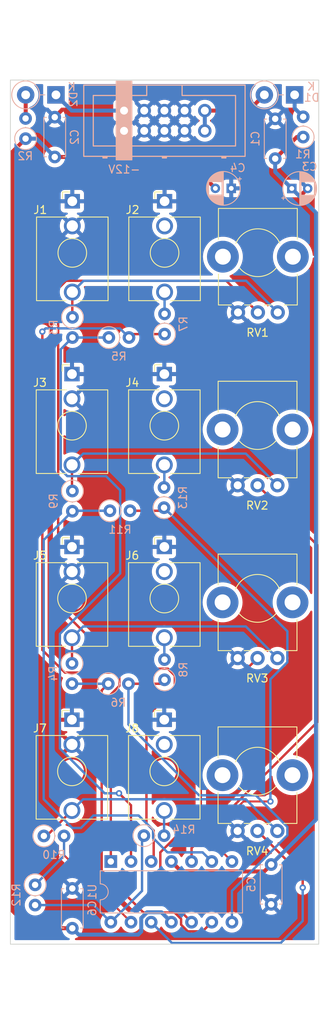
<source format=kicad_pcb>
(kicad_pcb (version 20211014) (generator pcbnew)
  (layers (0 "F.Cu" signal) (31 "B.Cu" signal) (34 "B.Paste" user) (35 "F.Paste" user) (36 "B.SilkS" user "B.Silkscreen") (37 "F.SilkS" user "F.Silkscreen") (38 "B.Mask" user) (39 "F.Mask" user) (44 "Edge.Cuts" user))
  (net 0 "")
  (net 1 "GND")
  (net 2 "+12V")
  (net 3 "-12V")
  (net 4 "/D+")
  (net 5 "/12+")
  (net 6 "/12-")
  (net 7 "/D-")
  (net 12 "/in1")
  (net 13 "/out1")
  (net 14 "/in2")
  (net 15 "/out2")
  (net 16 "/in3")
  (net 17 "/out3")
  (net 18 "/in4")
  (net 19 "/out4")
  (net 20 "/inv1")
  (net 21 "/inv3")
  (net 22 "/fb1")
  (net 23 "/fb3")
  (net 24 "/inv2")
  (net 25 "/inv4")
  (net 26 "/fb2")
  (net 27 "/fb4")
  (net 28 "/non_inv1")
  (net 29 "/non_inv2")
  (net 30 "/non_inv3")
  (net 31 "/non_inv4")
  (footprint "Custom_Footprints:Alpha_9mm_Potentiometer_Aligned" (layer "F.Cu") (at 165.5 60.33)
    (fp_text reference "RV1" (at -0.04 10.04) (layer "F.SilkS"))
    (fp_text value "10k")
    (pad "" np_thru_hole circle (at -4.4 0.5 90) (size 4 4) (drill 2) (layers *.Cu *.Mask))
    (pad "" np_thru_hole circle (at 4.4 0.5 90) (size 4 4) (drill 2) (layers *.Cu *.Mask))
    (pad "1" thru_hole circle (at -2.5 7.5 90) (size 1.8 1.8) (drill 1) (layers *.Cu *.Mask) (net 1 "GND"))
    (pad "2" thru_hole circle (at 0 7.5 90) (size 1.8 1.8) (drill 1) (layers *.Cu *.Mask) (net 28 "/non_inv1"))
    (pad "3" thru_hole circle (at 2.5 7.5 90) (size 1.8 1.8) (drill 1) (layers *.Cu *.Mask) (net 12 "/in1"))
  )
  (footprint "Connector_Audio:Jack_3.5mm_QingPu_WQP-PJ398SM_Vertical_CircularHoles" (layer "F.Cu") (at 153.73 75.57)
    (fp_text reference "J4" (at -4.03 1.08 180) (layer "F.SilkS"))
    (fp_text value "OUT2")
    (pad "S" thru_hole rect (at 0 0 180) (size 1.93 1.83) (drill 1.22) (layers *.Cu *.Mask) (net 1 "GND"))
    (pad "T" thru_hole circle (at 0 11.4 180) (size 2.13 2.13) (drill 1.43) (layers *.Cu *.Mask) (net 15 "/out2"))
    (pad "TN" thru_hole circle (at 0 3.1 180) (size 2.13 2.13) (drill 1.42) (layers *.Cu *.Mask))
    (zone (net 0) (net_name "") (layer "F.Cu") (connect_pads (clearance 0)) (min_thickness 0.254)
      (keepout (tracks not_allowed) (vias not_allowed) (pads not_allowed) (copperpour not_allowed) (footprints not_allowed))
      (fill (thermal_gap 0.508) (thermal_bridge_width 0.508))
      (polygon (pts (xy 155.235141 82.05) (xy 155.21493 81.804171) (xy 155.154841 81.564945) (xy 155.056486 81.338744) (xy 154.922508 81.131645) (xy 154.756504 80.94921) (xy 154.562932 80.796336) (xy 154.346992 80.677131) (xy 154.114482 80.594794) (xy 153.871646 80.551539) (xy 153.625007 80.548525) (xy 153.381187 80.585835) (xy 153.146734 80.662466) (xy 152.927946 80.77636) (xy 152.730697 80.924458) (xy 152.560286 81.102784) (xy 152.421288 81.306548) (xy 152.317436 81.530278) (xy 152.251519 81.767965) (xy 152.225308 82.013226) (xy 152.239507 82.259475) (xy 152.293734 82.500099) (xy 152.386532 82.728634) (xy 152.515411 82.938945) (xy 152.676908 83.125382) (xy 152.866687 83.282939) (xy 153.07965 83.407385) (xy 153.310079 83.495377) (xy 153.551785 83.544553) (xy 153.798278 83.553592) (xy 154.042936 83.52225) (xy 154.279191 83.45137) (xy 154.500697 83.342856) (xy 154.701505 83.199621) (xy 154.876223 83.025512) (xy 155.020158 82.825205) (xy 155.129445 82.604079) (xy 155.201149 82.368074) (xy 155.233344 82.123526)))
    )
  )
  (footprint "Custom_Footprints:Alpha_9mm_Potentiometer_Aligned" (layer "F.Cu") (at 165.46 82.03)
    (fp_text reference "RV2" (at -0.04 10.04) (layer "F.SilkS"))
    (fp_text value "10k")
    (pad "" np_thru_hole circle (at -4.4 0.5 90) (size 4 4) (drill 2) (layers *.Cu *.Mask))
    (pad "" np_thru_hole circle (at 4.4 0.5 90) (size 4 4) (drill 2) (layers *.Cu *.Mask))
    (pad "1" thru_hole circle (at -2.5 7.5 90) (size 1.8 1.8) (drill 1) (layers *.Cu *.Mask) (net 1 "GND"))
    (pad "2" thru_hole circle (at 0 7.5 90) (size 1.8 1.8) (drill 1) (layers *.Cu *.Mask) (net 29 "/non_inv2"))
    (pad "3" thru_hole circle (at 2.5 7.5 90) (size 1.8 1.8) (drill 1) (layers *.Cu *.Mask) (net 14 "/in2"))
  )
  (footprint "Custom_Footprints:Alpha_9mm_Potentiometer_Aligned" (layer "F.Cu") (at 165.46 103.73)
    (fp_text reference "RV3" (at -0.04 10.04) (layer "F.SilkS"))
    (fp_text value "10k")
    (pad "" np_thru_hole circle (at 4.4 0.5 90) (size 4 4) (drill 2) (layers *.Cu *.Mask))
    (pad "" np_thru_hole circle (at -4.4 0.5 90) (size 4 4) (drill 2) (layers *.Cu *.Mask))
    (pad "1" thru_hole circle (at -2.5 7.5 90) (size 1.8 1.8) (drill 1) (layers *.Cu *.Mask) (net 1 "GND"))
    (pad "2" thru_hole circle (at 0 7.5 90) (size 1.8 1.8) (drill 1) (layers *.Cu *.Mask) (net 30 "/non_inv3"))
    (pad "3" thru_hole circle (at 2.5 7.5 90) (size 1.8 1.8) (drill 1) (layers *.Cu *.Mask) (net 16 "/in3"))
  )
  (footprint "Connector_Audio:Jack_3.5mm_QingPu_WQP-PJ398SM_Vertical_CircularHoles" (layer "F.Cu") (at 153.76 53.87)
    (fp_text reference "J2" (at -4.03 1.08 180) (layer "F.SilkS"))
    (fp_text value "OUT1")
    (pad "S" thru_hole rect (at 0 0 180) (size 1.93 1.83) (drill 1.22) (layers *.Cu *.Mask) (net 1 "GND"))
    (pad "T" thru_hole circle (at 0 11.4 180) (size 2.13 2.13) (drill 1.43) (layers *.Cu *.Mask) (net 13 "/out1"))
    (pad "TN" thru_hole circle (at 0 3.1 180) (size 2.13 2.13) (drill 1.42) (layers *.Cu *.Mask))
    (zone (net 0) (net_name "") (layer "F.Cu") (connect_pads (clearance 0)) (min_thickness 0.254)
      (keepout (tracks not_allowed) (vias not_allowed) (pads not_allowed) (copperpour not_allowed) (footprints not_allowed))
      (fill (thermal_gap 0.508) (thermal_bridge_width 0.508))
      (polygon (pts (xy 155.265141 60.35) (xy 155.24493 60.104171) (xy 155.184841 59.864945) (xy 155.086486 59.638744) (xy 154.952508 59.431645) (xy 154.786504 59.24921) (xy 154.592932 59.096336) (xy 154.376992 58.977131) (xy 154.144482 58.894794) (xy 153.901646 58.851539) (xy 153.655007 58.848525) (xy 153.411187 58.885835) (xy 153.176734 58.962466) (xy 152.957946 59.07636) (xy 152.760697 59.224458) (xy 152.590286 59.402784) (xy 152.451288 59.606548) (xy 152.347436 59.830278) (xy 152.281519 60.067965) (xy 152.255308 60.313226) (xy 152.269507 60.559475) (xy 152.323734 60.800099) (xy 152.416532 61.028634) (xy 152.545411 61.238945) (xy 152.706908 61.425382) (xy 152.896687 61.582939) (xy 153.10965 61.707385) (xy 153.340079 61.795377) (xy 153.581785 61.844553) (xy 153.828278 61.853592) (xy 154.072936 61.82225) (xy 154.309191 61.75137) (xy 154.530697 61.642856) (xy 154.731505 61.499621) (xy 154.906223 61.325512) (xy 155.050158 61.125205) (xy 155.159445 60.904079) (xy 155.231149 60.668074) (xy 155.263344 60.423526)))
    )
  )
  (footprint "Custom_Footprints:Alpha_9mm_Potentiometer_Aligned" (layer "F.Cu") (at 165.45 125.43)
    (fp_text reference "RV4" (at -0.04 10.04) (layer "F.SilkS"))
    (fp_text value "10k")
    (pad "" np_thru_hole circle (at -4.4 0.5 90) (size 4 4) (drill 2) (layers *.Cu *.Mask))
    (pad "" np_thru_hole circle (at 4.4 0.5 90) (size 4 4) (drill 2) (layers *.Cu *.Mask))
    (pad "1" thru_hole circle (at -2.5 7.5 90) (size 1.8 1.8) (drill 1) (layers *.Cu *.Mask) (net 1 "GND"))
    (pad "2" thru_hole circle (at 0 7.5 90) (size 1.8 1.8) (drill 1) (layers *.Cu *.Mask) (net 31 "/non_inv4"))
    (pad "3" thru_hole circle (at 2.5 7.5 90) (size 1.8 1.8) (drill 1) (layers *.Cu *.Mask) (net 18 "/in4"))
  )
  (footprint "Connector_Audio:Jack_3.5mm_QingPu_WQP-PJ398SM_Vertical_CircularHoles" (layer "F.Cu") (at 153.73 97.27)
    (fp_text reference "J6" (at -4.03 1.08 180) (layer "F.SilkS"))
    (fp_text value "OUT3")
    (pad "S" thru_hole rect (at 0 0 180) (size 1.93 1.83) (drill 1.22) (layers *.Cu *.Mask) (net 1 "GND"))
    (pad "T" thru_hole circle (at 0 11.4 180) (size 2.13 2.13) (drill 1.43) (layers *.Cu *.Mask) (net 17 "/out3"))
    (pad "TN" thru_hole circle (at 0 3.1 180) (size 2.13 2.13) (drill 1.42) (layers *.Cu *.Mask))
    (zone (net 0) (net_name "") (layer "F.Cu") (connect_pads (clearance 0)) (min_thickness 0.254)
      (keepout (tracks not_allowed) (vias not_allowed) (pads not_allowed) (copperpour not_allowed) (footprints not_allowed))
      (fill (thermal_gap 0.508) (thermal_bridge_width 0.508))
      (polygon (pts (xy 155.235141 103.75) (xy 155.21493 103.504171) (xy 155.154841 103.264945) (xy 155.056486 103.038744) (xy 154.922508 102.831645) (xy 154.756504 102.64921) (xy 154.562932 102.496336) (xy 154.346992 102.377131) (xy 154.114482 102.294794) (xy 153.871646 102.251539) (xy 153.625007 102.248525) (xy 153.381187 102.285835) (xy 153.146734 102.362466) (xy 152.927946 102.47636) (xy 152.730697 102.624458) (xy 152.560286 102.802784) (xy 152.421288 103.006548) (xy 152.317436 103.230278) (xy 152.251519 103.467965) (xy 152.225308 103.713226) (xy 152.239507 103.959475) (xy 152.293734 104.200099) (xy 152.386532 104.428634) (xy 152.515411 104.638945) (xy 152.676908 104.825382) (xy 152.866687 104.982939) (xy 153.07965 105.107385) (xy 153.310079 105.195377) (xy 153.551785 105.244553) (xy 153.798278 105.253592) (xy 154.042936 105.22225) (xy 154.279191 105.15137) (xy 154.500697 105.042856) (xy 154.701505 104.899621) (xy 154.876223 104.725512) (xy 155.020158 104.525205) (xy 155.129445 104.304079) (xy 155.201149 104.068074) (xy 155.233344 103.823526)))
    )
  )
  (footprint "Connector_Audio:Jack_3.5mm_QingPu_WQP-PJ398SM_Vertical_CircularHoles" (layer "F.Cu") (at 142.11 97.27)
    (fp_text reference "J5" (at -4.03 1.08 180) (layer "F.SilkS"))
    (fp_text value "IN3")
    (pad "S" thru_hole rect (at 0 0 180) (size 1.93 1.83) (drill 1.22) (layers *.Cu *.Mask) (net 1 "GND"))
    (pad "T" thru_hole circle (at 0 11.4 180) (size 2.13 2.13) (drill 1.43) (layers *.Cu *.Mask) (net 16 "/in3"))
    (pad "TN" thru_hole circle (at 0 3.1 180) (size 2.13 2.13) (drill 1.42) (layers *.Cu *.Mask) (net 1 "GND"))
    (zone (net 0) (net_name "") (layer "F.Cu") (connect_pads (clearance 0)) (min_thickness 0.254)
      (keepout (tracks not_allowed) (vias not_allowed) (pads not_allowed) (copperpour not_allowed) (footprints not_allowed))
      (fill (thermal_gap 0.508) (thermal_bridge_width 0.508))
      (polygon (pts (xy 143.615141 103.75) (xy 143.59493 103.504171) (xy 143.534841 103.264945) (xy 143.436486 103.038744) (xy 143.302508 102.831645) (xy 143.136504 102.64921) (xy 142.942932 102.496336) (xy 142.726992 102.377131) (xy 142.494482 102.294794) (xy 142.251646 102.251539) (xy 142.005007 102.248525) (xy 141.761187 102.285835) (xy 141.526734 102.362466) (xy 141.307946 102.47636) (xy 141.110697 102.624458) (xy 140.940286 102.802784) (xy 140.801288 103.006548) (xy 140.697436 103.230278) (xy 140.631519 103.467965) (xy 140.605308 103.713226) (xy 140.619507 103.959475) (xy 140.673734 104.200099) (xy 140.766532 104.428634) (xy 140.895411 104.638945) (xy 141.056908 104.825382) (xy 141.246687 104.982939) (xy 141.45965 105.107385) (xy 141.690079 105.195377) (xy 141.931785 105.244553) (xy 142.178278 105.253592) (xy 142.422936 105.22225) (xy 142.659191 105.15137) (xy 142.880697 105.042856) (xy 143.081505 104.899621) (xy 143.256223 104.725512) (xy 143.400158 104.525205) (xy 143.509445 104.304079) (xy 143.581149 104.068074) (xy 143.613344 103.823526)))
    )
  )
  (footprint "Connector_Audio:Jack_3.5mm_QingPu_WQP-PJ398SM_Vertical_CircularHoles" (layer "F.Cu") (at 153.72 118.97)
    (fp_text reference "J8" (at -4.03 1.08 180) (layer "F.SilkS"))
    (fp_text value "OUT4")
    (pad "S" thru_hole rect (at 0 0 180) (size 1.93 1.83) (drill 1.22) (layers *.Cu *.Mask) (net 1 "GND"))
    (pad "T" thru_hole circle (at 0 11.4 180) (size 2.13 2.13) (drill 1.43) (layers *.Cu *.Mask) (net 19 "/out4"))
    (pad "TN" thru_hole circle (at 0 3.1 180) (size 2.13 2.13) (drill 1.42) (layers *.Cu *.Mask))
    (zone (net 0) (net_name "") (layer "F.Cu") (connect_pads (clearance 0)) (min_thickness 0.254)
      (keepout (tracks not_allowed) (vias not_allowed) (pads not_allowed) (copperpour not_allowed) (footprints not_allowed))
      (fill (thermal_gap 0.508) (thermal_bridge_width 0.508))
      (polygon (pts (xy 155.225141 125.45) (xy 155.20493 125.204171) (xy 155.144841 124.964945) (xy 155.046486 124.738744) (xy 154.912508 124.531645) (xy 154.746504 124.34921) (xy 154.552932 124.196336) (xy 154.336992 124.077131) (xy 154.104482 123.994794) (xy 153.861646 123.951539) (xy 153.615007 123.948525) (xy 153.371187 123.985835) (xy 153.136734 124.062466) (xy 152.917946 124.17636) (xy 152.720697 124.324458) (xy 152.550286 124.502784) (xy 152.411288 124.706548) (xy 152.307436 124.930278) (xy 152.241519 125.167965) (xy 152.215308 125.413226) (xy 152.229507 125.659475) (xy 152.283734 125.900099) (xy 152.376532 126.128634) (xy 152.505411 126.338945) (xy 152.666908 126.525382) (xy 152.856687 126.682939) (xy 153.06965 126.807385) (xy 153.300079 126.895377) (xy 153.541785 126.944553) (xy 153.788278 126.953592) (xy 154.032936 126.92225) (xy 154.269191 126.85137) (xy 154.490697 126.742856) (xy 154.691505 126.599621) (xy 154.866223 126.425512) (xy 155.010158 126.225205) (xy 155.119445 126.004079) (xy 155.191149 125.768074) (xy 155.223344 125.523526)))
    )
  )
  (footprint "Connector_Audio:Jack_3.5mm_QingPu_WQP-PJ398SM_Vertical_CircularHoles" (layer "F.Cu") (at 142.15 53.87)
    (fp_text reference "J1" (at -4.03 1.08) (layer "F.SilkS"))
    (fp_text value "IN1")
    (pad "S" thru_hole rect (at 0 0 180) (size 1.93 1.83) (drill 1.22) (layers *.Cu *.Mask) (net 1 "GND"))
    (pad "T" thru_hole circle (at 0 11.4 180) (size 2.13 2.13) (drill 1.43) (layers *.Cu *.Mask) (net 12 "/in1"))
    (pad "TN" thru_hole circle (at 0 3.1 180) (size 2.13 2.13) (drill 1.42) (layers *.Cu *.Mask) (net 1 "GND"))
    (zone (net 0) (net_name "") (layer "F.Cu") (connect_pads (clearance 0)) (min_thickness 0.254)
      (keepout (tracks not_allowed) (vias not_allowed) (pads not_allowed) (copperpour not_allowed) (footprints not_allowed))
      (fill (thermal_gap 0.508) (thermal_bridge_width 0.508))
      (polygon (pts (xy 143.655141 60.35) (xy 143.63493 60.104171) (xy 143.574841 59.864945) (xy 143.476486 59.638744) (xy 143.342508 59.431645) (xy 143.176504 59.24921) (xy 142.982932 59.096336) (xy 142.766992 58.977131) (xy 142.534482 58.894794) (xy 142.291646 58.851539) (xy 142.045007 58.848525) (xy 141.801187 58.885835) (xy 141.566734 58.962466) (xy 141.347946 59.07636) (xy 141.150697 59.224458) (xy 140.980286 59.402784) (xy 140.841288 59.606548) (xy 140.737436 59.830278) (xy 140.671519 60.067965) (xy 140.645308 60.313226) (xy 140.659507 60.559475) (xy 140.713734 60.800099) (xy 140.806532 61.028634) (xy 140.935411 61.238945) (xy 141.096908 61.425382) (xy 141.286687 61.582939) (xy 141.49965 61.707385) (xy 141.730079 61.795377) (xy 141.971785 61.844553) (xy 142.218278 61.853592) (xy 142.462936 61.82225) (xy 142.699191 61.75137) (xy 142.920697 61.642856) (xy 143.121505 61.499621) (xy 143.296223 61.325512) (xy 143.440158 61.125205) (xy 143.549445 60.904079) (xy 143.621149 60.668074) (xy 143.653344 60.423526)))
    )
  )
  (footprint "Connector_Audio:Jack_3.5mm_QingPu_WQP-PJ398SM_Vertical_CircularHoles" (layer "F.Cu") (at 142.11 75.57)
    (fp_text reference "J3" (at -4.03 1.08 180) (layer "F.SilkS"))
    (fp_text value "IN2")
    (pad "S" thru_hole rect (at 0 0 180) (size 1.93 1.83) (drill 1.22) (layers *.Cu *.Mask) (net 1 "GND"))
    (pad "T" thru_hole circle (at 0 11.4 180) (size 2.13 2.13) (drill 1.43) (layers *.Cu *.Mask) (net 14 "/in2"))
    (pad "TN" thru_hole circle (at 0 3.1 180) (size 2.13 2.13) (drill 1.42) (layers *.Cu *.Mask) (net 1 "GND"))
    (zone (net 0) (net_name "") (layer "F.Cu") (connect_pads (clearance 0)) (min_thickness 0.254)
      (keepout (tracks not_allowed) (vias not_allowed) (pads not_allowed) (copperpour not_allowed) (footprints not_allowed))
      (fill (thermal_gap 0.508) (thermal_bridge_width 0.508))
      (polygon (pts (xy 143.615141 82.05) (xy 143.59493 81.804171) (xy 143.534841 81.564945) (xy 143.436486 81.338744) (xy 143.302508 81.131645) (xy 143.136504 80.94921) (xy 142.942932 80.796336) (xy 142.726992 80.677131) (xy 142.494482 80.594794) (xy 142.251646 80.551539) (xy 142.005007 80.548525) (xy 141.761187 80.585835) (xy 141.526734 80.662466) (xy 141.307946 80.77636) (xy 141.110697 80.924458) (xy 140.940286 81.102784) (xy 140.801288 81.306548) (xy 140.697436 81.530278) (xy 140.631519 81.767965) (xy 140.605308 82.013226) (xy 140.619507 82.259475) (xy 140.673734 82.500099) (xy 140.766532 82.728634) (xy 140.895411 82.938945) (xy 141.056908 83.125382) (xy 141.246687 83.282939) (xy 141.45965 83.407385) (xy 141.690079 83.495377) (xy 141.931785 83.544553) (xy 142.178278 83.553592) (xy 142.422936 83.52225) (xy 142.659191 83.45137) (xy 142.880697 83.342856) (xy 143.081505 83.199621) (xy 143.256223 83.025512) (xy 143.400158 82.825205) (xy 143.509445 82.604079) (xy 143.581149 82.368074) (xy 143.613344 82.123526)))
    )
  )
  (footprint "Connector_Audio:Jack_3.5mm_QingPu_WQP-PJ398SM_Vertical_CircularHoles" (layer "F.Cu") (at 142.1 118.97)
    (fp_text reference "J7" (at -4.03 1.08 180) (layer "F.SilkS"))
    (fp_text value "IN4")
    (pad "S" thru_hole rect (at 0 0 180) (size 1.93 1.83) (drill 1.22) (layers *.Cu *.Mask) (net 1 "GND"))
    (pad "T" thru_hole circle (at 0 11.4 180) (size 2.13 2.13) (drill 1.43) (layers *.Cu *.Mask) (net 18 "/in4"))
    (pad "TN" thru_hole circle (at 0 3.1 180) (size 2.13 2.13) (drill 1.42) (layers *.Cu *.Mask) (net 1 "GND"))
    (zone (net 0) (net_name "") (layer "F.Cu") (connect_pads (clearance 0)) (min_thickness 0.254)
      (keepout (tracks not_allowed) (vias not_allowed) (pads not_allowed) (copperpour not_allowed) (footprints not_allowed))
      (fill (thermal_gap 0.508) (thermal_bridge_width 0.508))
      (polygon (pts (xy 143.605141 125.45) (xy 143.58493 125.204171) (xy 143.524841 124.964945) (xy 143.426486 124.738744) (xy 143.292508 124.531645) (xy 143.126504 124.34921) (xy 142.932932 124.196336) (xy 142.716992 124.077131) (xy 142.484482 123.994794) (xy 142.241646 123.951539) (xy 141.995007 123.948525) (xy 141.751187 123.985835) (xy 141.516734 124.062466) (xy 141.297946 124.17636) (xy 141.100697 124.324458) (xy 140.930286 124.502784) (xy 140.791288 124.706548) (xy 140.687436 124.930278) (xy 140.621519 125.167965) (xy 140.595308 125.413226) (xy 140.609507 125.659475) (xy 140.663734 125.900099) (xy 140.756532 126.128634) (xy 140.885411 126.338945) (xy 141.046908 126.525382) (xy 141.236687 126.682939) (xy 141.44965 126.807385) (xy 141.680079 126.895377) (xy 141.921785 126.944553) (xy 142.168278 126.953592) (xy 142.412936 126.92225) (xy 142.649191 126.85137) (xy 142.870697 126.742856) (xy 143.071505 126.599621) (xy 143.246223 126.425512) (xy 143.390158 126.225205) (xy 143.499445 126.004079) (xy 143.571149 125.768074) (xy 143.603344 125.523526)))
    )
  )
  (footprint "Capacitor_THT:C_Disc_D4.7mm_W2.5mm_P5.00mm" (layer "B.Cu") (at 167.68 43.52 -90)
    (fp_text reference "C1" (at 2.5 2.5 90) (layer "B.SilkS") (effects (justify mirror)))
    (fp_text value "0.1u" hide)
    (pad "1" thru_hole circle (at 0 0 270) (size 1.6 1.6) (drill 0.8) (layers *.Cu *.Mask) (net 1 "GND"))
    (pad "2" thru_hole circle (at 5 0 270) (size 1.6 1.6) (drill 0.8) (layers *.Cu *.Mask) (net 2 "+12V"))
  )
  (footprint "Resistor_THT:R_Axial_DIN0207_L6.3mm_D2.5mm_P2.54mm_Vertical" (layer "B.Cu") (at 137.47 139.7 -90)
    (fp_text reference "R12" (at 1.27 2.37 90) (layer "B.SilkS") (effects (justify mirror)))
    (fp_text value "20k")
    (pad "1" thru_hole circle (at 0 0 270) (size 1.6 1.6) (drill 0.8) (layers *.Cu *.Mask) (net 25 "/inv4"))
    (pad "2" thru_hole oval (at 2.54 0 270) (size 1.6 1.6) (drill 0.8) (layers *.Cu *.Mask) (net 27 "/fb4"))
  )
  (footprint "Diode_THT:D_DO-41_SOD81_P3.81mm_Vertical_KathodeUp" (layer "B.Cu") (at 140.092818 40.51 180)
    (fp_text reference "D2" (at -2.177182 -0.56 90) (layer "B.SilkS") (effects (justify mirror)))
    (fp_text value "1N5819")
    (fp_text user "K" (at -1.977182 1) (layer "B.SilkS") (effects (justify mirror)))
    (pad "1" thru_hole rect (at 0 0 180) (size 2.2 2.2) (drill 1.1) (layers *.Cu *.Mask) (net 6 "/12-"))
    (pad "2" thru_hole oval (at 3.81 0 180) (size 2.2 2.2) (drill 1.1) (layers *.Cu *.Mask) (net 7 "/D-"))
  )
  (footprint "Resistor_THT:R_Axial_DIN0207_L6.3mm_D2.5mm_P2.54mm_Vertical" (layer "B.Cu") (at 153.75 113.955 90)
    (fp_text reference "R8" (at 1.27 2.37 90) (layer "B.SilkS") (effects (justify mirror)))
    (fp_text value "1k")
    (pad "1" thru_hole circle (at 0 0 90) (size 1.6 1.6) (drill 0.8) (layers *.Cu *.Mask) (net 23 "/fb3"))
    (pad "2" thru_hole oval (at 2.54 0 90) (size 1.6 1.6) (drill 0.8) (layers *.Cu *.Mask) (net 17 "/out3"))
  )
  (footprint "Resistor_THT:R_Axial_DIN0207_L6.3mm_D2.5mm_P2.54mm_Vertical" (layer "B.Cu") (at 146.675 114.45)
    (fp_text reference "R6" (at 1.27 2.37) (layer "B.SilkS") (effects (justify mirror)))
    (fp_text value "20k")
    (pad "1" thru_hole circle (at 0 0) (size 1.6 1.6) (drill 0.8) (layers *.Cu *.Mask) (net 21 "/inv3"))
    (pad "2" thru_hole oval (at 2.54 0) (size 1.6 1.6) (drill 0.8) (layers *.Cu *.Mask) (net 23 "/fb3"))
  )
  (footprint "Resistor_THT:R_Axial_DIN0207_L6.3mm_D2.5mm_P2.54mm_Vertical" (layer "B.Cu") (at 146.88 92.73)
    (fp_text reference "R11" (at 1.27 2.37) (layer "B.SilkS") (effects (justify mirror)))
    (fp_text value "20k")
    (pad "1" thru_hole circle (at 0 0) (size 1.6 1.6) (drill 0.8) (layers *.Cu *.Mask) (net 24 "/inv2"))
    (pad "2" thru_hole oval (at 2.54 0) (size 1.6 1.6) (drill 0.8) (layers *.Cu *.Mask) (net 26 "/fb2"))
  )
  (footprint "Package_DIP:DIP-14_W7.62mm" (layer "B.Cu") (at 146.995 136.77 -90)
    (fp_text reference "U1" (at 3.81 2.33 90) (layer "B.SilkS") (effects (justify mirror)))
    (fp_text value "TL074")
    (pad "1" thru_hole rect (at 0 0 270) (size 1.6 1.6) (drill 0.8) (layers *.Cu *.Mask) (net 22 "/fb1"))
    (pad "2" thru_hole oval (at 0 -2.54 270) (size 1.6 1.6) (drill 0.8) (layers *.Cu *.Mask) (net 20 "/inv1"))
    (pad "3" thru_hole oval (at 0 -5.08 270) (size 1.6 1.6) (drill 0.8) (layers *.Cu *.Mask) (net 28 "/non_inv1"))
    (pad "4" thru_hole oval (at 0 -7.62 270) (size 1.6 1.6) (drill 0.8) (layers *.Cu *.Mask) (net 2 "+12V"))
    (pad "5" thru_hole oval (at 0 -10.16 270) (size 1.6 1.6) (drill 0.8) (layers *.Cu *.Mask) (net 29 "/non_inv2"))
    (pad "6" thru_hole oval (at 0 -12.7 270) (size 1.6 1.6) (drill 0.8) (layers *.Cu *.Mask) (net 24 "/inv2"))
    (pad "7" thru_hole oval (at 0 -15.24 270) (size 1.6 1.6) (drill 0.8) (layers *.Cu *.Mask) (net 26 "/fb2"))
    (pad "8" thru_hole oval (at 7.62 -15.24 270) (size 1.6 1.6) (drill 0.8) (layers *.Cu *.Mask) (net 23 "/fb3"))
    (pad "9" thru_hole oval (at 7.62 -12.7 270) (size 1.6 1.6) (drill 0.8) (layers *.Cu *.Mask) (net 21 "/inv3"))
    (pad "10" thru_hole oval (at 7.62 -10.16 270) (size 1.6 1.6) (drill 0.8) (layers *.Cu *.Mask) (net 30 "/non_inv3"))
    (pad "11" thru_hole oval (at 7.62 -7.62 270) (size 1.6 1.6) (drill 0.8) (layers *.Cu *.Mask) (net 3 "-12V"))
    (pad "12" thru_hole oval (at 7.62 -5.08 270) (size 1.6 1.6) (drill 0.8) (layers *.Cu *.Mask) (net 31 "/non_inv4"))
    (pad "13" thru_hole oval (at 7.62 -2.54 270) (size 1.6 1.6) (drill 0.8) (layers *.Cu *.Mask) (net 25 "/inv4"))
    (pad "14" thru_hole oval (at 7.62 0 270) (size 1.6 1.6) (drill 0.8) (layers *.Cu *.Mask) (net 27 "/fb4"))
  )
  (footprint "Custom_Footprints:Eurorack_10_pin_header" (layer "B.Cu") (at 148.66 42.4875)
    (fp_text reference "J9" hide)
    (fp_text value "Eurorack 10 DIP Header")
    (fp_text user "-12V" (at 0.03 7.3825) (layer "B.SilkS") (effects (justify mirror)))
    (pad "1" thru_hole rect (at 0 0) (size 1.7 1.7) (drill 1) (layers *.Cu *.Mask) (net 6 "/12-"))
    (pad "2" thru_hole circle (at 0 2.54) (size 1.7 1.7) (drill 1) (layers *.Cu *.Mask) (net 6 "/12-"))
    (pad "3" thru_hole circle (at 2.54 0) (size 1.7 1.7) (drill 1) (layers *.Cu *.Mask) (net 1 "GND"))
    (pad "4" thru_hole circle (at 2.54 2.54) (size 1.7 1.7) (drill 1) (layers *.Cu *.Mask) (net 1 "GND"))
    (pad "5" thru_hole circle (at 5.08 0) (size 1.7 1.7) (drill 1) (layers *.Cu *.Mask) (net 1 "GND"))
    (pad "6" thru_hole circle (at 5.08 2.54) (size 1.7 1.7) (drill 1) (layers *.Cu *.Mask) (net 1 "GND"))
    (pad "7" thru_hole circle (at 7.62 0) (size 1.7 1.7) (drill 1) (layers *.Cu *.Mask) (net 1 "GND"))
    (pad "8" thru_hole circle (at 7.62 2.54) (size 1.7 1.7) (drill 1) (layers *.Cu *.Mask) (net 1 "GND"))
    (pad "9" thru_hole circle (at 10.16 0) (size 1.7 1.7) (drill 1) (layers *.Cu *.Mask) (net 5 "/12+"))
    (pad "10" thru_hole circle (at 10.16 2.54) (size 1.7 1.7) (drill 1) (layers *.Cu *.Mask) (net 5 "/12+"))
  )
  (footprint "Resistor_THT:R_Axial_DIN0207_L6.3mm_D2.5mm_P2.54mm_Vertical" (layer "B.Cu") (at 171.2 45.81 90)
    (fp_text reference "R1" (at -2.16 -0.04) (layer "B.SilkS") (effects (justify mirror)))
    (fp_text value "10" hide)
    (pad "1" thru_hole circle (at 0 0 90) (size 1.6 1.6) (drill 0.8) (layers *.Cu *.Mask) (net 2 "+12V"))
    (pad "2" thru_hole oval (at 2.54 0 90) (size 1.6 1.6) (drill 0.8) (layers *.Cu *.Mask) (net 4 "/D+"))
  )
  (footprint "Resistor_THT:R_Axial_DIN0207_L6.3mm_D2.5mm_P2.54mm_Vertical" (layer "B.Cu") (at 146.74 70.98)
    (fp_text reference "R5" (at 1.27 2.37) (layer "B.SilkS") (effects (justify mirror)))
    (fp_text value "20k")
    (pad "1" thru_hole circle (at 0 0) (size 1.6 1.6) (drill 0.8) (layers *.Cu *.Mask) (net 20 "/inv1"))
    (pad "2" thru_hole oval (at 2.54 0) (size 1.6 1.6) (drill 0.8) (layers *.Cu *.Mask) (net 22 "/fb1"))
  )
  (footprint "Resistor_THT:R_Axial_DIN0207_L6.3mm_D2.5mm_P2.54mm_Vertical" (layer "B.Cu") (at 153.76 70.55 90)
    (fp_text reference "R7" (at 1.27 2.37 90) (layer "B.SilkS") (effects (justify mirror)))
    (fp_text value "1k")
    (pad "1" thru_hole circle (at 0 0 90) (size 1.6 1.6) (drill 0.8) (layers *.Cu *.Mask) (net 22 "/fb1"))
    (pad "2" thru_hole oval (at 2.54 0 90) (size 1.6 1.6) (drill 0.8) (layers *.Cu *.Mask) (net 13 "/out1"))
  )
  (footprint "Resistor_THT:R_Axial_DIN0207_L6.3mm_D2.5mm_P2.54mm_Vertical" (layer "B.Cu") (at 142.16 90.25 -90)
    (fp_text reference "R9" (at 1.27 2.37 90) (layer "B.SilkS") (effects (justify mirror)))
    (fp_text value "20k")
    (pad "1" thru_hole circle (at 0 0 270) (size 1.6 1.6) (drill 0.8) (layers *.Cu *.Mask) (net 14 "/in2"))
    (pad "2" thru_hole oval (at 2.54 0 270) (size 1.6 1.6) (drill 0.8) (layers *.Cu *.Mask) (net 24 "/inv2"))
  )
  (footprint "Resistor_THT:R_Axial_DIN0207_L6.3mm_D2.5mm_P2.54mm_Vertical" (layer "B.Cu") (at 142.11 111.9 -90)
    (fp_text reference "R4" (at 1.27 2.37 90) (layer "B.SilkS") (effects (justify mirror)))
    (fp_text value "20k")
    (pad "1" thru_hole circle (at 0 0 270) (size 1.6 1.6) (drill 0.8) (layers *.Cu *.Mask) (net 16 "/in3"))
    (pad "2" thru_hole oval (at 2.54 0 270) (size 1.6 1.6) (drill 0.8) (layers *.Cu *.Mask) (net 21 "/inv3"))
  )
  (footprint "Capacitor_THT:CP_Radial_D4.0mm_P2.00mm" (layer "B.Cu") (at 162.15 52.25 180)
    (fp_text reference "C4" (at -0.82 2.56) (layer "B.SilkS") (effects (justify mirror)))
    (fp_text value "47u")
    (pad "1" thru_hole rect (at 0 0 180) (size 1.2 1.2) (drill 0.6) (layers *.Cu *.Mask) (net 1 "GND"))
    (pad "2" thru_hole circle (at 2 0 180) (size 1.2 1.2) (drill 0.6) (layers *.Cu *.Mask) (net 3 "-12V"))
  )
  (footprint "Resistor_THT:R_Axial_DIN0207_L6.3mm_D2.5mm_P2.54mm_Vertical" (layer "B.Cu") (at 138.57 133.56)
    (fp_text reference "R10" (at 1.27 2.37) (layer "B.SilkS") (effects (justify mirror)))
    (fp_text value "20k")
    (pad "1" thru_hole circle (at 0 0) (size 1.6 1.6) (drill 0.8) (layers *.Cu *.Mask) (net 18 "/in4"))
    (pad "2" thru_hole oval (at 2.54 0) (size 1.6 1.6) (drill 0.8) (layers *.Cu *.Mask) (net 25 "/inv4"))
  )
  (footprint "Capacitor_THT:C_Disc_D4.7mm_W2.5mm_P5.00mm" (layer "B.Cu") (at 142.15 145.15 90)
    (fp_text reference "C6" (at 2.5 2.5 90) (layer "B.SilkS") (effects (justify mirror)))
    (fp_text value "0.1u")
    (pad "1" thru_hole circle (at 0 0 90) (size 1.6 1.6) (drill 0.8) (layers *.Cu *.Mask) (net 3 "-12V"))
    (pad "2" thru_hole circle (at 5 0 90) (size 1.6 1.6) (drill 0.8) (layers *.Cu *.Mask) (net 1 "GND"))
  )
  (footprint "Capacitor_THT:C_Disc_D4.7mm_W2.5mm_P5.00mm" (layer "B.Cu") (at 139.94 48.31 90)
    (fp_text reference "C2" (at 2.5 2.5 90) (layer "B.SilkS") (effects (justify mirror)))
    (fp_text value "0.1u")
    (pad "1" thru_hole circle (at 0 0 90) (size 1.6 1.6) (drill 0.8) (layers *.Cu *.Mask) (net 3 "-12V"))
    (pad "2" thru_hole circle (at 5 0 90) (size 1.6 1.6) (drill 0.8) (layers *.Cu *.Mask) (net 1 "GND"))
  )
  (footprint "Resistor_THT:R_Axial_DIN0207_L6.3mm_D2.5mm_P2.54mm_Vertical" (layer "B.Cu") (at 142.17 68.44 -90)
    (fp_text reference "R3" (at 1.27 2.37 90) (layer "B.SilkS") (effects (justify mirror)))
    (fp_text value "20k")
    (pad "1" thru_hole circle (at 0 0 270) (size 1.6 1.6) (drill 0.8) (layers *.Cu *.Mask) (net 12 "/in1"))
    (pad "2" thru_hole oval (at 2.54 0 270) (size 1.6 1.6) (drill 0.8) (layers *.Cu *.Mask) (net 20 "/inv1"))
  )
  (footprint "Resistor_THT:R_Axial_DIN0207_L6.3mm_D2.5mm_P2.54mm_Vertical" (layer "B.Cu") (at 153.69 92.345 90)
    (fp_text reference "R13" (at 1.27 2.37 90) (layer "B.SilkS") (effects (justify mirror)))
    (fp_text value "1k")
    (pad "1" thru_hole circle (at 0 0 90) (size 1.6 1.6) (drill 0.8) (layers *.Cu *.Mask) (net 26 "/fb2"))
    (pad "2" thru_hole oval (at 2.54 0 90) (size 1.6 1.6) (drill 0.8) (layers *.Cu *.Mask) (net 15 "/out2"))
  )
  (footprint "Capacitor_THT:C_Disc_D4.7mm_W2.5mm_P5.00mm" (layer "B.Cu") (at 167.17 137.15 -90)
    (fp_text reference "C5" (at 2.5 2.5 90) (layer "B.SilkS") (effects (justify mirror)))
    (fp_text value "0.1u")
    (pad "1" thru_hole circle (at 0 0 270) (size 1.6 1.6) (drill 0.8) (layers *.Cu *.Mask) (net 2 "+12V"))
    (pad "2" thru_hole circle (at 5 0 270) (size 1.6 1.6) (drill 0.8) (layers *.Cu *.Mask) (net 1 "GND"))
  )
  (footprint "Capacitor_THT:CP_Radial_D4.0mm_P2.00mm" (layer "B.Cu") (at 169.77 52.27)
    (fp_text reference "C3" (at 2.23 -2.74) (layer "B.SilkS") (effects (justify mirror)))
    (fp_text value "47u")
    (pad "1" thru_hole rect (at 0 0) (size 1.2 1.2) (drill 0.6) (layers *.Cu *.Mask) (net 2 "+12V"))
    (pad "2" thru_hole circle (at 2 0) (size 1.2 1.2) (drill 0.6) (layers *.Cu *.Mask) (net 1 "GND"))
  )
  (footprint "Resistor_THT:R_Axial_DIN0207_L6.3mm_D2.5mm_P2.54mm_Vertical" (layer "B.Cu") (at 136.27 46.01 90)
    (fp_text reference "R2" (at -2.19 -0.04) (layer "B.SilkS") (effects (justify mirror)))
    (fp_text value "10")
    (pad "1" thru_hole circle (at 0 0 90) (size 1.6 1.6) (drill 0.8) (layers *.Cu *.Mask) (net 3 "-12V"))
    (pad "2" thru_hole oval (at 2.54 0 90) (size 1.6 1.6) (drill 0.8) (layers *.Cu *.Mask) (net 7 "/D-"))
  )
  (footprint "Resistor_THT:R_Axial_DIN0207_L6.3mm_D2.5mm_P2.54mm_Vertical" (layer "B.Cu") (at 151.16 133.52)
    (fp_text reference "R14" (at 5.03 -0.76) (layer "B.SilkS") (effects (justify mirror)))
    (fp_text value "1k")
    (pad "1" thru_hole circle (at 0 0) (size 1.6 1.6) (drill 0.8) (layers *.Cu *.Mask) (net 27 "/fb4"))
    (pad "2" thru_hole oval (at 2.54 0) (size 1.6 1.6) (drill 0.8) (layers *.Cu *.Mask) (net 19 "/out4"))
  )
  (footprint "Diode_THT:D_DO-41_SOD81_P3.81mm_Vertical_KathodeUp" (layer "B.Cu") (at 170.122818 40.51 180)
    (fp_text reference "D1" (at -2.147182 -0.35) (layer "B.SilkS") (effects (justify mirror)))
    (fp_text value "1N5819" hide)
    (fp_text user "K" (at -2.087182 1.05) (layer "B.SilkS") (effects (justify mirror)))
    (pad "1" thru_hole rect (at 0 0 180) (size 2.2 2.2) (drill 1.1) (layers *.Cu *.Mask) (net 4 "/D+"))
    (pad "2" thru_hole oval (at 3.81 0 180) (size 2.2 2.2) (drill 1.1) (layers *.Cu *.Mask) (net 5 "/12+"))
  )
  (gr_line (start 134.36 147.15) (end 173.16 147.15) (layer "Edge.Cuts") (width 0.1))
  (gr_line (start 134.36 38.65) (end 134.36 147.15) (layer "Edge.Cuts") (width 0.1))
  (gr_line (start 134.36 38.65) (end 173.16 38.65) (layer "Edge.Cuts") (width 0.1))
  (gr_line (start 173.16 147.15) (end 173.16 38.65) (layer "Edge.Cuts") (width 0.1))
  (segment (start 167.17 137.15) (end 166.3 138.02) (width 0.5) (layer "F.Cu") (net 2))
  (segment (start 166.3 138.02) (end 155.865 138.02) (width 0.5) (layer "F.Cu") (net 2))
  (segment (start 170.39 45.81) (end 167.68 48.52) (width 0.5) (layer "F.Cu") (net 2))
  (segment (start 171.2 45.81) (end 170.39 45.81) (width 0.5) (layer "F.Cu") (net 2))
  (segment (start 155.865 138.02) (end 154.615 136.77) (width 0.5) (layer "F.Cu") (net 2))
  (segment (start 169.77 52.27) (end 172.81 55.31) (width 0.5) (layer "B.Cu") (net 2))
  (segment (start 167.68 48.52) (end 167.68 50.18) (width 0.5) (layer "B.Cu") (net 2))
  (segment (start 167.68 50.18) (end 169.77 52.27) (width 0.5) (layer "B.Cu") (net 2))
  (segment (start 172.81 55.31) (end 172.81 131.51) (width 0.5) (layer "B.Cu") (net 2))
  (segment (start 172.81 131.51) (end 167.17 137.15) (width 0.5) (layer "B.Cu") (net 2))
  (segment (start 156.21 48.31) (end 160.15 52.25) (width 0.5) (layer "F.Cu") (net 3))
  (segment (start 142.15 145.15) (end 136.81 145.15) (width 0.5) (layer "F.Cu") (net 3))
  (segment (start 134.61 142.95) (end 134.61 47.67) (width 0.5) (layer "F.Cu") (net 3))
  (segment (start 139.94 48.31) (end 156.21 48.31) (width 0.5) (layer "F.Cu") (net 3))
  (segment (start 136.81 145.15) (end 134.61 142.95) (width 0.5) (layer "F.Cu") (net 3))
  (segment (start 134.61 47.67) (end 136.27 46.01) (width 0.5) (layer "F.Cu") (net 3))
  (segment (start 150.439999 145.949999) (end 142.949999 145.949999) (width 0.5) (layer "B.Cu") (net 3))
  (segment (start 154.615 144.39) (end 153.365 143.14) (width 0.5) (layer "B.Cu") (net 3))
  (segment (start 150.825 143.872233) (end 150.825 145.564998) (width 0.5) (layer "B.Cu") (net 3))
  (segment (start 136.27 46.01) (end 137.64 46.01) (width 0.5) (layer "B.Cu") (net 3))
  (segment (start 153.365 143.14) (end 151.557233 143.14) (width 0.5) (layer "B.Cu") (net 3))
  (segment (start 137.64 46.01) (end 139.94 48.31) (width 0.5) (layer "B.Cu") (net 3))
  (segment (start 151.557233 143.14) (end 150.825 143.872233) (width 0.5) (layer "B.Cu") (net 3))
  (segment (start 150.825 145.564998) (end 150.439999 145.949999) (width 0.5) (layer "B.Cu") (net 3))
  (segment (start 142.15 145.15) (end 142.949999 145.949999) (width 0.5) (layer "B.Cu") (net 3))
  (segment (start 170.122818 42.192818) (end 171.2 43.27) (width 0.5) (layer "B.Cu") (net 4))
  (segment (start 170.122818 40.51) (end 170.122818 42.192818) (width 0.5) (layer "B.Cu") (net 4))
  (segment (start 164.335318 42.4875) (end 166.312818 40.51) (width 0.5) (layer "F.Cu") (net 5))
  (segment (start 158.82 42.4875) (end 164.335318 42.4875) (width 0.5) (layer "F.Cu") (net 5))
  (segment (start 158.82 42.4875) (end 158.82 45.0275) (width 0.5) (layer "B.Cu") (net 5))
  (segment (start 148.66 42.4875) (end 148.66 45.0275) (width 0.5) (layer "F.Cu") (net 6))
  (segment (start 142.070318 42.4875) (end 140.092818 40.51) (width 0.5) (layer "B.Cu") (net 6))
  (segment (start 148.66 42.4875) (end 142.070318 42.4875) (width 0.5) (layer "B.Cu") (net 6))
  (segment (start 136.282818 43.457182) (end 136.27 43.47) (width 0.5) (layer "F.Cu") (net 7))
  (segment (start 136.282818 40.51) (end 136.282818 43.457182) (width 0.5) (layer "F.Cu") (net 7))
  (segment (start 142.15 68.42) (end 142.17 68.44) (width 0.3) (layer "F.Cu") (net 12))
  (segment (start 142.15 65.27) (end 142.15 68.42) (width 0.3) (layer "F.Cu") (net 12))
  (segment (start 142.15 65.27) (end 143.565 63.855) (width 0.3) (layer "B.Cu") (net 12))
  (segment (start 164.025 63.855) (end 168 67.83) (width 0.3) (layer "B.Cu") (net 12))
  (segment (start 143.565 63.855) (end 164.025 63.855) (width 0.3) (layer "B.Cu") (net 12))
  (segment (start 153.76 65.27) (end 153.76 68.01) (width 0.3) (layer "B.Cu") (net 13))
  (segment (start 142.11 86.97) (end 142.11 90.2) (width 0.3) (layer "F.Cu") (net 14))
  (segment (start 142.11 90.2) (end 142.16 90.25) (width 0.3) (layer "F.Cu") (net 14))
  (segment (start 142.11 86.97) (end 143.525 85.555) (width 0.3) (layer "B.Cu") (net 14))
  (segment (start 163.985 85.555) (end 167.96 89.53) (width 0.3) (layer "B.Cu") (net 14))
  (segment (start 143.525 85.555) (end 163.985 85.555) (width 0.3) (layer "B.Cu") (net 14))
  (segment (start 153.73 86.97) (end 153.73 89.765) (width 0.3) (layer "B.Cu") (net 15))
  (segment (start 153.73 89.765) (end 153.69 89.805) (width 0.3) (layer "B.Cu") (net 15))
  (segment (start 142.11 108.67) (end 142.11 111.9) (width 0.3) (layer "F.Cu") (net 16))
  (segment (start 142.11 108.67) (end 143.525 107.255) (width 0.3) (layer "B.Cu") (net 16))
  (segment (start 163.985 107.255) (end 167.96 111.23) (width 0.3) (layer "B.Cu") (net 16))
  (segment (start 143.525 107.255) (end 163.985 107.255) (width 0.3) (layer "B.Cu") (net 16))
  (segment (start 153.73 108.67) (end 153.73 111.395) (width 0.3) (layer "B.Cu") (net 17))
  (segment (start 153.73 111.395) (end 153.75 111.415) (width 0.3) (layer "B.Cu") (net 17))
  (segment (start 138.91 133.56) (end 138.57 133.56) (width 0.3) (layer "F.Cu") (net 18))
  (segment (start 142.1 130.37) (end 138.91 133.56) (width 0.3) (layer "F.Cu") (net 18))
  (segment (start 163.975 128.955) (end 167.95 132.93) (width 0.3) (layer "B.Cu") (net 18))
  (segment (start 142.1 130.37) (end 143.515 128.955) (width 0.3) (layer "B.Cu") (net 18))
  (segment (start 143.515 128.955) (end 163.975 128.955) (width 0.3) (layer "B.Cu") (net 18))
  (segment (start 153.7 133.52) (end 153.7 130.39) (width 0.3) (layer "B.Cu") (net 19))
  (segment (start 153.7 130.39) (end 153.72 130.37) (width 0.3) (layer "B.Cu") (net 19))
  (segment (start 149.535 129.7105) (end 149.535 136.77) (width 0.3) (layer "F.Cu") (net 20))
  (segment (start 148.03 128.2055) (end 149.535 129.7105) (width 0.3) (layer "F.Cu") (net 20))
  (via (at 148.03 128.2055) (size 0.8) (drill 0.4) (layers "F.Cu" "B.Cu") (net 20))
  (segment (start 146.4 88.385) (end 148.17 90.155) (width 0.3) (layer "B.Cu") (net 20))
  (segment (start 140.695 87.556113) (end 141.523887 88.385) (width 0.3) (layer "B.Cu") (net 20))
  (segment (start 142.17 70.98) (end 146.74 70.98) (width 0.3) (layer "B.Cu") (net 20))
  (segment (start 140.59 108.188887) (end 140.59 122.58) (width 0.3) (layer "B.Cu") (net 20))
  (segment (start 142.17 70.98) (end 140.695 72.455) (width 0.3) (layer "B.Cu") (net 20))
  (segment (start 146.2155 128.2055) (end 148.03 128.2055) (width 0.3) (layer "B.Cu") (net 20))
  (segment (start 148.17 100.608887) (end 140.59 108.188887) (width 0.3) (layer "B.Cu") (net 20))
  (segment (start 140.695 72.455) (end 140.695 87.556113) (width 0.3) (layer "B.Cu") (net 20))
  (segment (start 140.59 122.58) (end 146.2155 128.2055) (width 0.3) (layer "B.Cu") (net 20))
  (segment (start 148.17 90.155) (end 148.17 100.608887) (width 0.3) (layer "B.Cu") (net 20))
  (segment (start 141.523887 88.385) (end 146.4 88.385) (width 0.3) (layer "B.Cu") (net 20))
  (segment (start 145.845 137.92) (end 151.105 143.18) (width 0.3) (layer "F.Cu") (net 21))
  (segment (start 158.545 145.54) (end 156.678654 145.54) (width 0.3) (layer "F.Cu") (net 21))
  (segment (start 145.845 115.28) (end 145.845 137.92) (width 0.3) (layer "F.Cu") (net 21))
  (segment (start 155.84 144.701346) (end 155.84 143.988654) (width 0.3) (layer "F.Cu") (net 21))
  (segment (start 156.678654 145.54) (end 155.84 144.701346) (width 0.3) (layer "F.Cu") (net 21))
  (segment (start 155.84 143.988654) (end 155.031346 143.18) (width 0.3) (layer "F.Cu") (net 21))
  (segment (start 155.031346 143.18) (end 151.105 143.18) (width 0.3) (layer "F.Cu") (net 21))
  (segment (start 146.675 114.45) (end 145.845 115.28) (width 0.3) (layer "F.Cu") (net 21))
  (segment (start 159.695 144.39) (end 158.545 145.54) (width 0.3) (layer "F.Cu") (net 21))
  (segment (start 146.675 114.45) (end 142.12 114.45) (width 0.3) (layer "B.Cu") (net 21))
  (segment (start 142.12 114.45) (end 142.11 114.44) (width 0.3) (layer "B.Cu") (net 21))
  (segment (start 146.995 136.77) (end 146.995 115.795) (width 0.3) (layer "F.Cu") (net 22))
  (segment (start 149.71 70.55) (end 149.28 70.98) (width 0.3) (layer "F.Cu") (net 22))
  (segment (start 148.065 114.725) (end 148.065 113.525) (width 0.3) (layer "F.Cu") (net 22))
  (segment (start 148.065 113.525) (end 147.59 113.05) (width 0.3) (layer "F.Cu") (net 22))
  (segment (start 146.995 115.795) (end 148.065 114.725) (width 0.3) (layer "F.Cu") (net 22))
  (segment (start 153.76 70.55) (end 149.71 70.55) (width 0.3) (layer "F.Cu") (net 22))
  (segment (start 138.38 110.21) (end 138.38 70.24) (width 0.3) (layer "F.Cu") (net 22))
  (segment (start 141.22 113.05) (end 138.38 110.21) (width 0.3) (layer "F.Cu") (net 22))
  (segment (start 147.59 113.05) (end 141.22 113.05) (width 0.3) (layer "F.Cu") (net 22))
  (via (at 138.38 70.24) (size 0.8) (drill 0.4) (layers "F.Cu" "B.Cu") (net 22))
  (segment (start 148.13 69.83) (end 149.28 70.98) (width 0.3) (layer "B.Cu") (net 22))
  (segment (start 138.79 69.83) (end 148.13 69.83) (width 0.3) (layer "B.Cu") (net 22))
  (segment (start 138.38 70.24) (end 138.79 69.83) (width 0.3) (layer "B.Cu") (net 22))
  (segment (start 149.215 114.45) (end 153.255 114.45) (width 0.3) (layer "F.Cu") (net 23))
  (segment (start 153.255 114.45) (end 153.75 113.955) (width 0.3) (layer "F.Cu") (net 23))
  (segment (start 149.215 114.45) (end 149.215 119.566113) (width 0.3) (layer "B.Cu") (net 23))
  (segment (start 169.215736 132.427969) (end 169.215736 133.477918) (width 0.3) (layer "B.Cu") (net 23))
  (segment (start 169.215736 133.477918) (end 162.235 140.458654) (width 0.3) (layer "B.Cu") (net 23))
  (segment (start 162.235 140.458654) (end 162.235 144.39) (width 0.3) (layer "B.Cu") (net 23))
  (segment (start 158.103887 128.455) (end 165.242767 128.455) (width 0.3) (layer "B.Cu") (net 23))
  (segment (start 149.215 119.566113) (end 158.103887 128.455) (width 0.3) (layer "B.Cu") (net 23))
  (segment (start 165.242767 128.455) (end 169.215736 132.427969) (width 0.3) (layer "B.Cu") (net 23))
  (segment (start 142.22 92.73) (end 142.16 92.79) (width 0.3) (layer "B.Cu") (net 24))
  (segment (start 159.695 136.77) (end 158.545 135.62) (width 0.3) (layer "B.Cu") (net 24))
  (segment (start 138.55 128.95) (end 138.55 96.4) (width 0.3) (layer "B.Cu") (net 24))
  (segment (start 146.88 92.73) (end 142.22 92.73) (width 0.3) (layer "B.Cu") (net 24))
  (segment (start 144.81 130.99) (end 143.24 132.56) (width 0.3) (layer "B.Cu") (net 24))
  (segment (start 152.31 132.81) (end 150.49 130.99) (width 0.3) (layer "B.Cu") (net 24))
  (segment (start 154.12 135.62) (end 152.31 133.81) (width 0.3) (layer "B.Cu") (net 24))
  (segment (start 138.55 96.4) (end 142.16 92.79) (width 0.3) (layer "B.Cu") (net 24))
  (segment (start 142.16 132.56) (end 138.55 128.95) (width 0.3) (layer "B.Cu") (net 24))
  (segment (start 150.49 130.99) (end 144.81 130.99) (width 0.3) (layer "B.Cu") (net 24))
  (segment (start 152.31 133.81) (end 152.31 132.81) (width 0.3) (layer "B.Cu") (net 24))
  (segment (start 158.545 135.62) (end 154.12 135.62) (width 0.3) (layer "B.Cu") (net 24))
  (segment (start 143.24 132.56) (end 142.16 132.56) (width 0.3) (layer "B.Cu") (net 24))
  (segment (start 141.15 135.99) (end 141.11 135.95) (width 0.25) (layer "F.Cu") (net 25))
  (segment (start 149.535 144.39) (end 141.15 136.005) (width 0.25) (layer "F.Cu") (net 25))
  (segment (start 141.11 135.95) (end 141.11 133.56) (width 0.25) (layer "F.Cu") (net 25))
  (segment (start 141.15 136.005) (end 141.15 135.99) (width 0.25) (layer "F.Cu") (net 25))
  (segment (start 141.11 136.06) (end 137.47 139.7) (width 0.3) (layer "B.Cu") (net 25))
  (segment (start 141.11 133.56) (end 141.11 136.06) (width 0.3) (layer "B.Cu") (net 25))
  (segment (start 162.235 136.77) (end 159.350876 133.885876) (width 0.25) (layer "F.Cu") (net 26))
  (segment (start 159.350876 133.560876) (end 163.680613 129.231139) (width 0.25) (layer "F.Cu") (net 26))
  (segment (start 159.350876 133.885876) (end 159.350876 133.560876) (width 0.25) (layer "F.Cu") (net 26))
  (segment (start 163.680613 129.231139) (end 167.078861 129.231139) (width 0.25) (layer "F.Cu") (net 26))
  (segment (start 153.305 92.73) (end 153.69 92.345) (width 0.3) (layer "F.Cu") (net 26))
  (segment (start 149.42 92.73) (end 153.305 92.73) (width 0.3) (layer "F.Cu") (net 26))
  (via (at 167.078861 129.231139) (size 0.8) (drill 0.4) (layers "F.Cu" "B.Cu") (net 26))
  (segment (start 153.69 92.345) (end 169.21 107.865) (width 0.3) (layer "B.Cu") (net 26))
  (segment (start 167.078861 113.878906) (end 167.078861 129.231139) (width 0.3) (layer "B.Cu") (net 26))
  (segment (start 169.21 107.865) (end 169.21 111.747767) (width 0.3) (layer "B.Cu") (net 26))
  (segment (start 169.21 111.747767) (end 167.078861 113.878906) (width 0.3) (layer "B.Cu") (net 26))
  (segment (start 150.925 140.46) (end 146.995 144.39) (width 0.3) (layer "B.Cu") (net 27))
  (segment (start 151.16 133.52) (end 150.925 133.755) (width 0.3) (layer "B.Cu") (net 27))
  (segment (start 150.925 133.755) (end 150.925 140.46) (width 0.3) (layer "B.Cu") (net 27))
  (segment (start 137.47 142.24) (end 144.845 142.24) (width 0.3) (layer "B.Cu") (net 27))
  (segment (start 144.845 142.24) (end 146.995 144.39) (width 0.3) (layer "B.Cu") (net 27))
  (segment (start 154.185 112.565) (end 155.05 113.43) (width 0.3) (layer "F.Cu") (net 28))
  (segment (start 152.39 136.455) (end 152.075 136.77) (width 0.3) (layer "F.Cu") (net 28))
  (segment (start 161.525 63.855) (end 141.365 63.855) (width 0.3) (layer "F.Cu") (net 28))
  (segment (start 140.37 64.85) (end 140.37 104.73) (width 0.3) (layer "F.Cu") (net 28))
  (segment (start 165.5 67.83) (end 161.525 63.855) (width 0.3) (layer "F.Cu") (net 28))
  (segment (start 151.48 118.63) (end 151.48 121.88) (width 0.3) (layer "F.Cu") (net 28))
  (segment (start 141.365 63.855) (end 140.37 64.85) (width 0.3) (layer "F.Cu") (net 28))
  (segment (start 151.48 131.973654) (end 152.39 132.883654) (width 0.3) (layer "F.Cu") (net 28))
  (segment (start 152.39 132.883654) (end 152.39 136.455) (width 0.3) (layer "F.Cu") (net 28))
  (segment (start 155.05 113.43) (end 155.05 115.06) (width 0.3) (layer "F.Cu") (net 28))
  (segment (start 140.37 104.73) (end 148.205 112.565) (width 0.3) (layer "F.Cu") (net 28))
  (segment (start 151.48 121.88) (end 151.48 131.973654) (width 0.3) (layer "F.Cu") (net 28))
  (segment (start 148.205 112.565) (end 154.185 112.565) (width 0.3) (layer "F.Cu") (net 28))
  (segment (start 155.05 115.06) (end 151.48 118.63) (width 0.3) (layer "F.Cu") (net 28))
  (segment (start 165.46 89.53) (end 173.01 97.08) (width 0.3) (layer "F.Cu") (net 29))
  (segment (start 173.01 119.23) (end 157.155 135.085) (width 0.3) (layer "F.Cu") (net 29))
  (segment (start 173.01 97.08) (end 173.01 119.23) (width 0.3) (layer "F.Cu") (net 29))
  (segment (start 157.155 135.085) (end 157.155 136.77) (width 0.3) (layer "F.Cu") (net 29))
  (segment (start 158.32 130.526346) (end 153.225 135.621346) (width 0.3) (layer "F.Cu") (net 30))
  (segment (start 158.32 118.37) (end 158.32 130.526346) (width 0.3) (layer "F.Cu") (net 30))
  (segment (start 153.225 140.46) (end 157.155 144.39) (width 0.3) (layer "F.Cu") (net 30))
  (segment (start 165.46 111.23) (end 158.32 118.37) (width 0.3) (layer "F.Cu") (net 30))
  (segment (start 153.225 135.621346) (end 153.225 140.46) (width 0.3) (layer "F.Cu") (net 30))
  (segment (start 171.14 138.62) (end 171.14 140.05) (width 0.3) (layer "F.Cu") (net 31))
  (segment (start 165.45 132.93) (end 171.14 138.62) (width 0.3) (layer "F.Cu") (net 31))
  (via (at 171.14 140.05) (size 0.8) (drill 0.4) (layers "F.Cu" "B.Cu") (net 31))
  (segment (start 171.14 144.23) (end 171.14 140.05) (width 0.3) (layer "B.Cu") (net 31))
  (segment (start 168.37 147) (end 171.14 144.23) (width 0.3) (layer "B.Cu") (net 31))
  (segment (start 154.685 147) (end 168.37 147) (width 0.3) (layer "B.Cu") (net 31))
  (segment (start 152.075 144.39) (end 154.685 147) (width 0.3) (layer "B.Cu") (net 31))
  (zone (net 1) (net_name "GND") (layers F&B.Cu) (connect_pads (clearance 0.508)) (min_thickness 0.254) (fill yes (thermal_gap 0.508) (thermal_bridge_width 0.508))
    (polygon (pts (xy 173.51 148.39) (xy 134.02 148.39) (xy 134.02 38.18) (xy 173.51 38.18)))
  )
)
</source>
